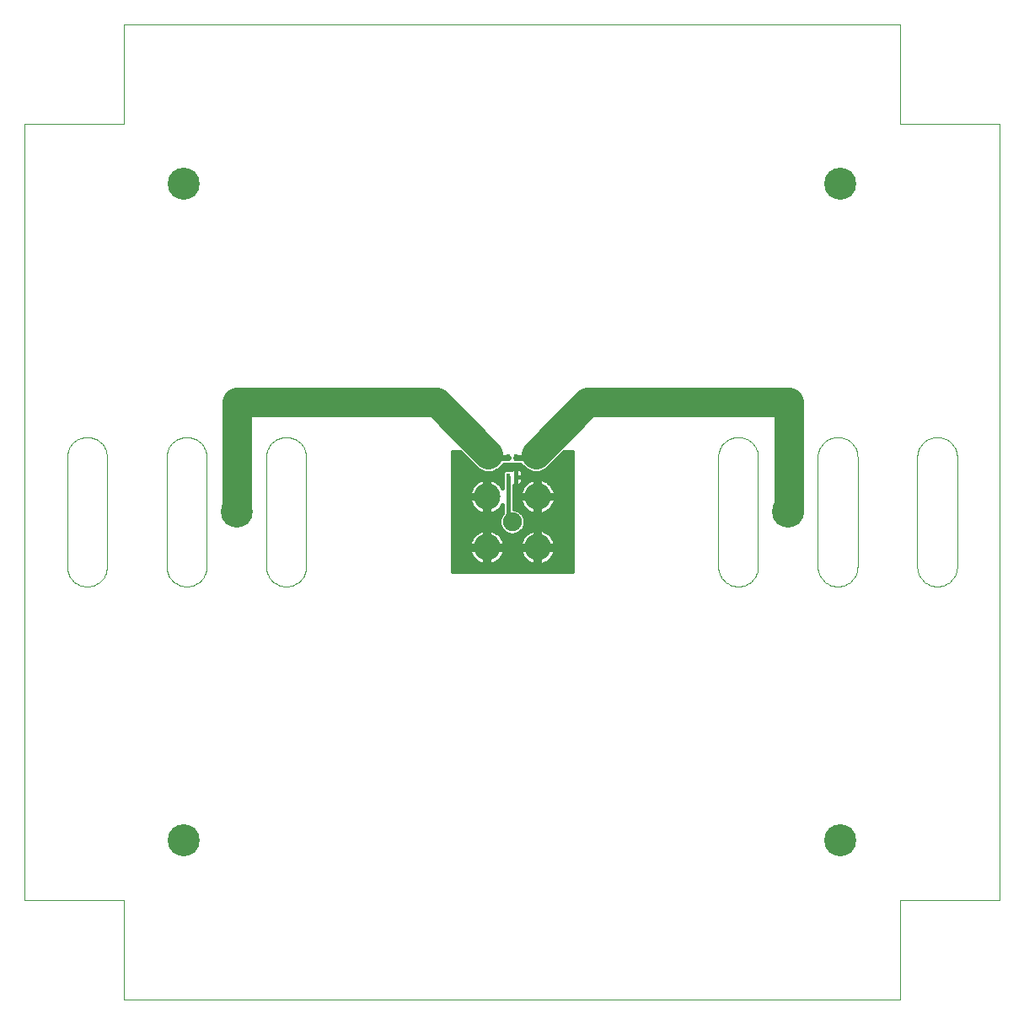
<source format=gtl>
G75*
%MOIN*%
%OFA0B0*%
%FSLAX24Y24*%
%IPPOS*%
%LPD*%
%AMOC8*
5,1,8,0,0,1.08239X$1,22.5*
%
%ADD10C,0.0000*%
%ADD11C,0.0750*%
%ADD12C,0.1050*%
%ADD13R,0.0157X0.0295*%
%ADD14C,0.1266*%
%ADD15C,0.0160*%
%ADD16C,0.1181*%
%ADD17C,0.0240*%
D10*
X000180Y004117D02*
X000180Y034826D01*
X004117Y034826D01*
X004117Y038763D01*
X034826Y038763D01*
X034826Y034826D01*
X038763Y034826D01*
X038763Y004117D01*
X034826Y004117D01*
X034826Y000180D01*
X004117Y000180D01*
X004117Y004117D01*
X000180Y004117D01*
X001873Y017306D02*
X001873Y021637D01*
X002660Y022424D02*
X002714Y022422D01*
X002767Y022417D01*
X002820Y022408D01*
X002872Y022395D01*
X002924Y022379D01*
X002974Y022359D01*
X003022Y022336D01*
X003069Y022309D01*
X003114Y022280D01*
X003157Y022247D01*
X003197Y022212D01*
X003235Y022174D01*
X003270Y022134D01*
X003303Y022091D01*
X003332Y022046D01*
X003359Y021999D01*
X003382Y021951D01*
X003402Y021901D01*
X003418Y021849D01*
X003431Y021797D01*
X003440Y021744D01*
X003445Y021691D01*
X003447Y021637D01*
X003448Y021637D02*
X003448Y017306D01*
X002660Y016519D02*
X002606Y016521D01*
X002553Y016526D01*
X002500Y016535D01*
X002448Y016548D01*
X002396Y016564D01*
X002346Y016584D01*
X002298Y016607D01*
X002251Y016634D01*
X002206Y016663D01*
X002163Y016696D01*
X002123Y016731D01*
X002085Y016769D01*
X002050Y016809D01*
X002017Y016852D01*
X001988Y016897D01*
X001961Y016944D01*
X001938Y016992D01*
X001918Y017042D01*
X001902Y017094D01*
X001889Y017146D01*
X001880Y017199D01*
X001875Y017252D01*
X001873Y017306D01*
X002660Y016519D02*
X002714Y016521D01*
X002767Y016526D01*
X002820Y016535D01*
X002872Y016548D01*
X002924Y016564D01*
X002974Y016584D01*
X003022Y016607D01*
X003069Y016634D01*
X003114Y016663D01*
X003157Y016696D01*
X003197Y016731D01*
X003235Y016769D01*
X003270Y016809D01*
X003303Y016852D01*
X003332Y016897D01*
X003359Y016944D01*
X003382Y016992D01*
X003402Y017042D01*
X003418Y017094D01*
X003431Y017146D01*
X003440Y017199D01*
X003445Y017252D01*
X003447Y017306D01*
X005810Y017306D02*
X005810Y021637D01*
X006597Y022424D02*
X006651Y022422D01*
X006704Y022417D01*
X006757Y022408D01*
X006809Y022395D01*
X006861Y022379D01*
X006911Y022359D01*
X006959Y022336D01*
X007006Y022309D01*
X007051Y022280D01*
X007094Y022247D01*
X007134Y022212D01*
X007172Y022174D01*
X007207Y022134D01*
X007240Y022091D01*
X007269Y022046D01*
X007296Y021999D01*
X007319Y021951D01*
X007339Y021901D01*
X007355Y021849D01*
X007368Y021797D01*
X007377Y021744D01*
X007382Y021691D01*
X007384Y021637D01*
X007385Y021637D02*
X007385Y017306D01*
X006597Y016519D02*
X006543Y016521D01*
X006490Y016526D01*
X006437Y016535D01*
X006385Y016548D01*
X006333Y016564D01*
X006283Y016584D01*
X006235Y016607D01*
X006188Y016634D01*
X006143Y016663D01*
X006100Y016696D01*
X006060Y016731D01*
X006022Y016769D01*
X005987Y016809D01*
X005954Y016852D01*
X005925Y016897D01*
X005898Y016944D01*
X005875Y016992D01*
X005855Y017042D01*
X005839Y017094D01*
X005826Y017146D01*
X005817Y017199D01*
X005812Y017252D01*
X005810Y017306D01*
X006597Y016519D02*
X006651Y016521D01*
X006704Y016526D01*
X006757Y016535D01*
X006809Y016548D01*
X006861Y016564D01*
X006911Y016584D01*
X006959Y016607D01*
X007006Y016634D01*
X007051Y016663D01*
X007094Y016696D01*
X007134Y016731D01*
X007172Y016769D01*
X007207Y016809D01*
X007240Y016852D01*
X007269Y016897D01*
X007296Y016944D01*
X007319Y016992D01*
X007339Y017042D01*
X007355Y017094D01*
X007368Y017146D01*
X007377Y017199D01*
X007382Y017252D01*
X007384Y017306D01*
X009747Y017306D02*
X009747Y021637D01*
X010534Y022424D02*
X010588Y022422D01*
X010641Y022417D01*
X010694Y022408D01*
X010746Y022395D01*
X010798Y022379D01*
X010848Y022359D01*
X010896Y022336D01*
X010943Y022309D01*
X010988Y022280D01*
X011031Y022247D01*
X011071Y022212D01*
X011109Y022174D01*
X011144Y022134D01*
X011177Y022091D01*
X011206Y022046D01*
X011233Y021999D01*
X011256Y021951D01*
X011276Y021901D01*
X011292Y021849D01*
X011305Y021797D01*
X011314Y021744D01*
X011319Y021691D01*
X011321Y021637D01*
X011322Y021637D02*
X011322Y017306D01*
X010534Y016519D02*
X010480Y016521D01*
X010427Y016526D01*
X010374Y016535D01*
X010322Y016548D01*
X010270Y016564D01*
X010220Y016584D01*
X010172Y016607D01*
X010125Y016634D01*
X010080Y016663D01*
X010037Y016696D01*
X009997Y016731D01*
X009959Y016769D01*
X009924Y016809D01*
X009891Y016852D01*
X009862Y016897D01*
X009835Y016944D01*
X009812Y016992D01*
X009792Y017042D01*
X009776Y017094D01*
X009763Y017146D01*
X009754Y017199D01*
X009749Y017252D01*
X009747Y017306D01*
X010534Y016519D02*
X010588Y016521D01*
X010641Y016526D01*
X010694Y016535D01*
X010746Y016548D01*
X010798Y016564D01*
X010848Y016584D01*
X010896Y016607D01*
X010943Y016634D01*
X010988Y016663D01*
X011031Y016696D01*
X011071Y016731D01*
X011109Y016769D01*
X011144Y016809D01*
X011177Y016852D01*
X011206Y016897D01*
X011233Y016944D01*
X011256Y016992D01*
X011276Y017042D01*
X011292Y017094D01*
X011305Y017146D01*
X011314Y017199D01*
X011319Y017252D01*
X011321Y017306D01*
X009747Y021637D02*
X009749Y021691D01*
X009754Y021744D01*
X009763Y021797D01*
X009776Y021849D01*
X009792Y021901D01*
X009812Y021951D01*
X009835Y021999D01*
X009862Y022046D01*
X009891Y022091D01*
X009924Y022134D01*
X009959Y022174D01*
X009997Y022212D01*
X010037Y022247D01*
X010080Y022280D01*
X010125Y022309D01*
X010172Y022336D01*
X010220Y022359D01*
X010270Y022379D01*
X010322Y022395D01*
X010374Y022408D01*
X010427Y022417D01*
X010480Y022422D01*
X010534Y022424D01*
X006597Y022424D02*
X006543Y022422D01*
X006490Y022417D01*
X006437Y022408D01*
X006385Y022395D01*
X006333Y022379D01*
X006283Y022359D01*
X006235Y022336D01*
X006188Y022309D01*
X006143Y022280D01*
X006100Y022247D01*
X006060Y022212D01*
X006022Y022174D01*
X005987Y022134D01*
X005954Y022091D01*
X005925Y022046D01*
X005898Y021999D01*
X005875Y021951D01*
X005855Y021901D01*
X005839Y021849D01*
X005826Y021797D01*
X005817Y021744D01*
X005812Y021691D01*
X005810Y021637D01*
X002660Y022424D02*
X002606Y022422D01*
X002553Y022417D01*
X002500Y022408D01*
X002448Y022395D01*
X002396Y022379D01*
X002346Y022359D01*
X002298Y022336D01*
X002251Y022309D01*
X002206Y022280D01*
X002163Y022247D01*
X002123Y022212D01*
X002085Y022174D01*
X002050Y022134D01*
X002017Y022091D01*
X001988Y022046D01*
X001961Y021999D01*
X001938Y021951D01*
X001918Y021901D01*
X001902Y021849D01*
X001889Y021797D01*
X001880Y021744D01*
X001875Y021691D01*
X001873Y021637D01*
X027621Y021637D02*
X027621Y017306D01*
X027623Y017252D01*
X027628Y017199D01*
X027637Y017146D01*
X027650Y017094D01*
X027666Y017042D01*
X027686Y016992D01*
X027709Y016944D01*
X027736Y016897D01*
X027765Y016852D01*
X027798Y016809D01*
X027833Y016769D01*
X027871Y016731D01*
X027911Y016696D01*
X027954Y016663D01*
X027999Y016634D01*
X028046Y016607D01*
X028094Y016584D01*
X028144Y016564D01*
X028196Y016548D01*
X028248Y016535D01*
X028301Y016526D01*
X028354Y016521D01*
X028408Y016519D01*
X028462Y016521D01*
X028515Y016526D01*
X028568Y016535D01*
X028620Y016548D01*
X028672Y016564D01*
X028722Y016584D01*
X028770Y016607D01*
X028817Y016634D01*
X028862Y016663D01*
X028905Y016696D01*
X028945Y016731D01*
X028983Y016769D01*
X029018Y016809D01*
X029051Y016852D01*
X029080Y016897D01*
X029107Y016944D01*
X029130Y016992D01*
X029150Y017042D01*
X029166Y017094D01*
X029179Y017146D01*
X029188Y017199D01*
X029193Y017252D01*
X029195Y017306D01*
X029196Y017306D02*
X029196Y021637D01*
X029195Y021637D02*
X029193Y021691D01*
X029188Y021744D01*
X029179Y021797D01*
X029166Y021849D01*
X029150Y021901D01*
X029130Y021951D01*
X029107Y021999D01*
X029080Y022046D01*
X029051Y022091D01*
X029018Y022134D01*
X028983Y022174D01*
X028945Y022212D01*
X028905Y022247D01*
X028862Y022280D01*
X028817Y022309D01*
X028770Y022336D01*
X028722Y022359D01*
X028672Y022379D01*
X028620Y022395D01*
X028568Y022408D01*
X028515Y022417D01*
X028462Y022422D01*
X028408Y022424D01*
X028354Y022422D01*
X028301Y022417D01*
X028248Y022408D01*
X028196Y022395D01*
X028144Y022379D01*
X028094Y022359D01*
X028046Y022336D01*
X027999Y022309D01*
X027954Y022280D01*
X027911Y022247D01*
X027871Y022212D01*
X027833Y022174D01*
X027798Y022134D01*
X027765Y022091D01*
X027736Y022046D01*
X027709Y021999D01*
X027686Y021951D01*
X027666Y021901D01*
X027650Y021849D01*
X027637Y021797D01*
X027628Y021744D01*
X027623Y021691D01*
X027621Y021637D01*
X031558Y021637D02*
X031558Y017306D01*
X031560Y017252D01*
X031565Y017199D01*
X031574Y017146D01*
X031587Y017094D01*
X031603Y017042D01*
X031623Y016992D01*
X031646Y016944D01*
X031673Y016897D01*
X031702Y016852D01*
X031735Y016809D01*
X031770Y016769D01*
X031808Y016731D01*
X031848Y016696D01*
X031891Y016663D01*
X031936Y016634D01*
X031983Y016607D01*
X032031Y016584D01*
X032081Y016564D01*
X032133Y016548D01*
X032185Y016535D01*
X032238Y016526D01*
X032291Y016521D01*
X032345Y016519D01*
X032399Y016521D01*
X032452Y016526D01*
X032505Y016535D01*
X032557Y016548D01*
X032609Y016564D01*
X032659Y016584D01*
X032707Y016607D01*
X032754Y016634D01*
X032799Y016663D01*
X032842Y016696D01*
X032882Y016731D01*
X032920Y016769D01*
X032955Y016809D01*
X032988Y016852D01*
X033017Y016897D01*
X033044Y016944D01*
X033067Y016992D01*
X033087Y017042D01*
X033103Y017094D01*
X033116Y017146D01*
X033125Y017199D01*
X033130Y017252D01*
X033132Y017306D01*
X033133Y017306D02*
X033133Y021637D01*
X033132Y021637D02*
X033130Y021691D01*
X033125Y021744D01*
X033116Y021797D01*
X033103Y021849D01*
X033087Y021901D01*
X033067Y021951D01*
X033044Y021999D01*
X033017Y022046D01*
X032988Y022091D01*
X032955Y022134D01*
X032920Y022174D01*
X032882Y022212D01*
X032842Y022247D01*
X032799Y022280D01*
X032754Y022309D01*
X032707Y022336D01*
X032659Y022359D01*
X032609Y022379D01*
X032557Y022395D01*
X032505Y022408D01*
X032452Y022417D01*
X032399Y022422D01*
X032345Y022424D01*
X032291Y022422D01*
X032238Y022417D01*
X032185Y022408D01*
X032133Y022395D01*
X032081Y022379D01*
X032031Y022359D01*
X031983Y022336D01*
X031936Y022309D01*
X031891Y022280D01*
X031848Y022247D01*
X031808Y022212D01*
X031770Y022174D01*
X031735Y022134D01*
X031702Y022091D01*
X031673Y022046D01*
X031646Y021999D01*
X031623Y021951D01*
X031603Y021901D01*
X031587Y021849D01*
X031574Y021797D01*
X031565Y021744D01*
X031560Y021691D01*
X031558Y021637D01*
X035495Y021637D02*
X035495Y017306D01*
X035497Y017252D01*
X035502Y017199D01*
X035511Y017146D01*
X035524Y017094D01*
X035540Y017042D01*
X035560Y016992D01*
X035583Y016944D01*
X035610Y016897D01*
X035639Y016852D01*
X035672Y016809D01*
X035707Y016769D01*
X035745Y016731D01*
X035785Y016696D01*
X035828Y016663D01*
X035873Y016634D01*
X035920Y016607D01*
X035968Y016584D01*
X036018Y016564D01*
X036070Y016548D01*
X036122Y016535D01*
X036175Y016526D01*
X036228Y016521D01*
X036282Y016519D01*
X036336Y016521D01*
X036389Y016526D01*
X036442Y016535D01*
X036494Y016548D01*
X036546Y016564D01*
X036596Y016584D01*
X036644Y016607D01*
X036691Y016634D01*
X036736Y016663D01*
X036779Y016696D01*
X036819Y016731D01*
X036857Y016769D01*
X036892Y016809D01*
X036925Y016852D01*
X036954Y016897D01*
X036981Y016944D01*
X037004Y016992D01*
X037024Y017042D01*
X037040Y017094D01*
X037053Y017146D01*
X037062Y017199D01*
X037067Y017252D01*
X037069Y017306D01*
X037070Y017306D02*
X037070Y021637D01*
X037069Y021637D02*
X037067Y021691D01*
X037062Y021744D01*
X037053Y021797D01*
X037040Y021849D01*
X037024Y021901D01*
X037004Y021951D01*
X036981Y021999D01*
X036954Y022046D01*
X036925Y022091D01*
X036892Y022134D01*
X036857Y022174D01*
X036819Y022212D01*
X036779Y022247D01*
X036736Y022280D01*
X036691Y022309D01*
X036644Y022336D01*
X036596Y022359D01*
X036546Y022379D01*
X036494Y022395D01*
X036442Y022408D01*
X036389Y022417D01*
X036336Y022422D01*
X036282Y022424D01*
X036228Y022422D01*
X036175Y022417D01*
X036122Y022408D01*
X036070Y022395D01*
X036018Y022379D01*
X035968Y022359D01*
X035920Y022336D01*
X035873Y022309D01*
X035828Y022280D01*
X035785Y022247D01*
X035745Y022212D01*
X035707Y022174D01*
X035672Y022134D01*
X035639Y022091D01*
X035610Y022046D01*
X035583Y021999D01*
X035560Y021951D01*
X035540Y021901D01*
X035524Y021849D01*
X035511Y021797D01*
X035502Y021744D01*
X035497Y021691D01*
X035495Y021637D01*
D11*
X019471Y019078D03*
D12*
X018467Y018074D03*
X018467Y020082D03*
X020475Y020082D03*
X020475Y018074D03*
D13*
X019629Y020859D03*
X019314Y020859D03*
X019314Y021627D03*
X019629Y021627D03*
D14*
X030377Y019471D03*
X032463Y006479D03*
X008566Y019471D03*
X006479Y006479D03*
X006479Y032463D03*
X032463Y032463D03*
D15*
X021834Y021834D02*
X021528Y021834D01*
X020830Y021135D01*
X020562Y021024D01*
X020271Y021024D01*
X020002Y021135D01*
X019797Y021341D01*
X019788Y021362D01*
X019766Y021339D01*
X019492Y021339D01*
X019471Y021360D01*
X019451Y021339D01*
X019177Y021339D01*
X019154Y021362D01*
X019146Y021341D01*
X018940Y021135D01*
X018672Y021024D01*
X018381Y021024D01*
X018113Y021135D01*
X017415Y021834D01*
X017109Y021834D01*
X017109Y017109D01*
X021834Y017109D01*
X021834Y021834D01*
X021834Y021736D02*
X021431Y021736D01*
X021272Y021578D02*
X021834Y021578D01*
X021834Y021419D02*
X021114Y021419D01*
X020955Y021261D02*
X021834Y021261D01*
X021834Y021102D02*
X020749Y021102D01*
X020702Y020751D02*
X020613Y020774D01*
X020555Y020782D01*
X020555Y020162D01*
X020395Y020162D01*
X020395Y020782D01*
X020337Y020774D01*
X020248Y020751D01*
X020163Y020715D01*
X020083Y020669D01*
X020009Y020613D01*
X019944Y020547D01*
X019888Y020474D01*
X019842Y020394D01*
X019806Y020309D01*
X019782Y020219D01*
X019775Y020162D01*
X020395Y020162D01*
X020395Y020002D01*
X019775Y020002D01*
X019782Y019944D01*
X019806Y019854D01*
X019842Y019769D01*
X019888Y019689D01*
X019944Y019616D01*
X020009Y019550D01*
X020083Y019494D01*
X020163Y019448D01*
X020248Y019413D01*
X020337Y019389D01*
X020395Y019381D01*
X020395Y020002D01*
X020555Y020002D01*
X020555Y020162D01*
X021176Y020162D01*
X021168Y020219D01*
X021144Y020309D01*
X021109Y020394D01*
X021063Y020474D01*
X021006Y020547D01*
X020941Y020613D01*
X020868Y020669D01*
X020788Y020715D01*
X020702Y020751D01*
X020555Y020627D02*
X020395Y020627D01*
X020395Y020468D02*
X020555Y020468D01*
X020555Y020310D02*
X020395Y020310D01*
X020395Y020151D02*
X019534Y020151D01*
X019534Y019993D02*
X019776Y019993D01*
X019815Y019834D02*
X019534Y019834D01*
X019534Y019676D02*
X019898Y019676D01*
X019763Y019514D02*
X019908Y019369D01*
X019986Y019180D01*
X019986Y018975D01*
X019908Y018786D01*
X019763Y018641D01*
X019574Y018563D01*
X019369Y018563D01*
X019180Y018641D01*
X019035Y018786D01*
X018956Y018975D01*
X018956Y019180D01*
X019035Y019369D01*
X019094Y019428D01*
X019094Y019757D01*
X019055Y019689D01*
X018999Y019616D01*
X018933Y019550D01*
X018860Y019494D01*
X018780Y019448D01*
X018695Y019413D01*
X018605Y019389D01*
X018547Y019381D01*
X018547Y020002D01*
X018387Y020002D01*
X017767Y020002D01*
X017775Y019944D01*
X017798Y019854D01*
X017834Y019769D01*
X017880Y019689D01*
X017936Y019616D01*
X018002Y019550D01*
X018075Y019494D01*
X018155Y019448D01*
X018240Y019413D01*
X018330Y019389D01*
X018387Y019381D01*
X018387Y020002D01*
X018387Y020162D01*
X018387Y020782D01*
X018330Y020774D01*
X018240Y020751D01*
X018155Y020715D01*
X018075Y020669D01*
X018002Y020613D01*
X017936Y020547D01*
X017880Y020474D01*
X017834Y020394D01*
X017798Y020309D01*
X017775Y020219D01*
X017767Y020162D01*
X018387Y020162D01*
X018547Y020162D01*
X018547Y020782D01*
X018605Y020774D01*
X018695Y020751D01*
X018780Y020715D01*
X018860Y020669D01*
X018933Y020613D01*
X018999Y020547D01*
X019055Y020474D01*
X019094Y020407D01*
X019094Y020950D01*
X019095Y020952D01*
X019095Y021065D01*
X019177Y021147D01*
X019436Y021147D01*
X019440Y021151D01*
X019481Y021175D01*
X019526Y021187D01*
X019629Y021187D01*
X019629Y020859D01*
X019629Y020859D01*
X019888Y020859D01*
X019888Y020688D01*
X019875Y020642D01*
X019852Y020601D01*
X019818Y020567D01*
X019777Y020544D01*
X019731Y020531D01*
X019629Y020531D01*
X019629Y020859D01*
X019629Y020859D01*
X019888Y020859D01*
X019888Y021030D01*
X019875Y021076D01*
X019852Y021117D01*
X019818Y021151D01*
X019777Y021175D01*
X019731Y021187D01*
X019629Y021187D01*
X019629Y020859D01*
X019629Y020531D01*
X019534Y020531D01*
X019534Y019593D01*
X019574Y019593D01*
X019763Y019514D01*
X019756Y019517D02*
X020053Y019517D01*
X019912Y019359D02*
X021834Y019359D01*
X021834Y019517D02*
X020898Y019517D01*
X020868Y019494D02*
X020941Y019550D01*
X021006Y019616D01*
X021063Y019689D01*
X021109Y019769D01*
X021144Y019854D01*
X021168Y019944D01*
X021176Y020002D01*
X020555Y020002D01*
X020555Y019381D01*
X020613Y019389D01*
X020702Y019413D01*
X020788Y019448D01*
X020868Y019494D01*
X021052Y019676D02*
X021834Y019676D01*
X021834Y019834D02*
X021136Y019834D01*
X021175Y019993D02*
X021834Y019993D01*
X021834Y020151D02*
X020555Y020151D01*
X020555Y019993D02*
X020395Y019993D01*
X020395Y019834D02*
X020555Y019834D01*
X020555Y019676D02*
X020395Y019676D01*
X020395Y019517D02*
X020555Y019517D01*
X019978Y019200D02*
X021834Y019200D01*
X021834Y019042D02*
X019986Y019042D01*
X019948Y018883D02*
X021834Y018883D01*
X021834Y018725D02*
X020746Y018725D01*
X020788Y018707D02*
X020702Y018743D01*
X020613Y018767D01*
X020555Y018774D01*
X020555Y018154D01*
X020395Y018154D01*
X020395Y018774D01*
X020337Y018767D01*
X020248Y018743D01*
X020163Y018707D01*
X020083Y018661D01*
X020009Y018605D01*
X019944Y018540D01*
X019888Y018466D01*
X019842Y018386D01*
X019806Y018301D01*
X019782Y018212D01*
X019775Y018154D01*
X020395Y018154D01*
X020395Y017994D01*
X019775Y017994D01*
X019782Y017936D01*
X019806Y017847D01*
X019842Y017761D01*
X019888Y017681D01*
X019944Y017608D01*
X020009Y017543D01*
X020083Y017486D01*
X020163Y017440D01*
X020248Y017405D01*
X020337Y017381D01*
X020395Y017373D01*
X020395Y017994D01*
X020555Y017994D01*
X020555Y018154D01*
X021176Y018154D01*
X021168Y018212D01*
X021144Y018301D01*
X021109Y018386D01*
X021063Y018466D01*
X021006Y018540D01*
X020941Y018605D01*
X020868Y018661D01*
X020788Y018707D01*
X020555Y018725D02*
X020395Y018725D01*
X020395Y018566D02*
X020555Y018566D01*
X020555Y018408D02*
X020395Y018408D01*
X020395Y018249D02*
X020555Y018249D01*
X020555Y018091D02*
X021834Y018091D01*
X021834Y018249D02*
X021158Y018249D01*
X021097Y018408D02*
X021834Y018408D01*
X021834Y018566D02*
X020980Y018566D01*
X021176Y017994D02*
X020555Y017994D01*
X020555Y017373D01*
X020613Y017381D01*
X020702Y017405D01*
X020788Y017440D01*
X020868Y017486D01*
X020941Y017543D01*
X021006Y017608D01*
X021063Y017681D01*
X021109Y017761D01*
X021144Y017847D01*
X021168Y017936D01*
X021176Y017994D01*
X021167Y017932D02*
X021834Y017932D01*
X021834Y017774D02*
X021114Y017774D01*
X021012Y017615D02*
X021834Y017615D01*
X021834Y017457D02*
X020816Y017457D01*
X020555Y017457D02*
X020395Y017457D01*
X020395Y017615D02*
X020555Y017615D01*
X020555Y017774D02*
X020395Y017774D01*
X020395Y017932D02*
X020555Y017932D01*
X020395Y018091D02*
X018547Y018091D01*
X018547Y018154D02*
X019168Y018154D01*
X019160Y018212D01*
X019136Y018301D01*
X019101Y018386D01*
X019055Y018466D01*
X018999Y018540D01*
X018933Y018605D01*
X018860Y018661D01*
X018780Y018707D01*
X018695Y018743D01*
X018605Y018767D01*
X018547Y018774D01*
X018547Y018154D01*
X018387Y018154D01*
X018387Y017994D01*
X017767Y017994D01*
X017775Y017936D01*
X017798Y017847D01*
X017834Y017761D01*
X017880Y017681D01*
X017936Y017608D01*
X018002Y017543D01*
X018075Y017486D01*
X018155Y017440D01*
X018240Y017405D01*
X018330Y017381D01*
X018387Y017373D01*
X018387Y017994D01*
X018547Y017994D01*
X018547Y017373D01*
X018605Y017381D01*
X018695Y017405D01*
X018780Y017440D01*
X018860Y017486D01*
X018933Y017543D01*
X018999Y017608D01*
X019055Y017681D01*
X019101Y017761D01*
X019136Y017847D01*
X019160Y017936D01*
X019168Y017994D01*
X018547Y017994D01*
X018547Y018154D01*
X018547Y018249D02*
X018387Y018249D01*
X018387Y018154D02*
X018387Y018774D01*
X018330Y018767D01*
X018240Y018743D01*
X018155Y018707D01*
X018075Y018661D01*
X018002Y018605D01*
X017936Y018540D01*
X017880Y018466D01*
X017834Y018386D01*
X017798Y018301D01*
X017775Y018212D01*
X017767Y018154D01*
X018387Y018154D01*
X018387Y018091D02*
X017109Y018091D01*
X017109Y018249D02*
X017785Y018249D01*
X017846Y018408D02*
X017109Y018408D01*
X017109Y018566D02*
X017963Y018566D01*
X018196Y018725D02*
X017109Y018725D01*
X017109Y018883D02*
X018995Y018883D01*
X018956Y019042D02*
X017109Y019042D01*
X017109Y019200D02*
X018965Y019200D01*
X019030Y019359D02*
X017109Y019359D01*
X017109Y019517D02*
X018045Y019517D01*
X017890Y019676D02*
X017109Y019676D01*
X017109Y019834D02*
X017807Y019834D01*
X017768Y019993D02*
X017109Y019993D01*
X017109Y020151D02*
X018387Y020151D01*
X018387Y019993D02*
X018547Y019993D01*
X018547Y019834D02*
X018387Y019834D01*
X018387Y019676D02*
X018547Y019676D01*
X018547Y019517D02*
X018387Y019517D01*
X018890Y019517D02*
X019094Y019517D01*
X019094Y019676D02*
X019045Y019676D01*
X019314Y019235D02*
X019471Y019078D01*
X019314Y019235D02*
X019314Y020859D01*
X019094Y020785D02*
X017109Y020785D01*
X017109Y020627D02*
X018020Y020627D01*
X017877Y020468D02*
X017109Y020468D01*
X017109Y020310D02*
X017799Y020310D01*
X018387Y020310D02*
X018547Y020310D01*
X018547Y020468D02*
X018387Y020468D01*
X018387Y020627D02*
X018547Y020627D01*
X018915Y020627D02*
X019094Y020627D01*
X019094Y020468D02*
X019058Y020468D01*
X019094Y020944D02*
X017109Y020944D01*
X017109Y021102D02*
X018193Y021102D01*
X017988Y021261D02*
X017109Y021261D01*
X017109Y021419D02*
X017829Y021419D01*
X017671Y021578D02*
X017109Y021578D01*
X017109Y021736D02*
X017512Y021736D01*
X018860Y021102D02*
X019132Y021102D01*
X019065Y021261D02*
X019877Y021261D01*
X019860Y021102D02*
X020083Y021102D01*
X019888Y020944D02*
X021834Y020944D01*
X021834Y020785D02*
X019888Y020785D01*
X019866Y020627D02*
X020027Y020627D01*
X019884Y020468D02*
X019534Y020468D01*
X019534Y020310D02*
X019807Y020310D01*
X019629Y020627D02*
X019629Y020627D01*
X019629Y020785D02*
X019629Y020785D01*
X019629Y020859D02*
X019629Y020859D01*
X019629Y020944D02*
X019629Y020944D01*
X019629Y021102D02*
X019629Y021102D01*
X020923Y020627D02*
X021834Y020627D01*
X021834Y020468D02*
X021066Y020468D01*
X021144Y020310D02*
X021834Y020310D01*
X020204Y018725D02*
X019847Y018725D01*
X019971Y018566D02*
X019582Y018566D01*
X019361Y018566D02*
X018972Y018566D01*
X019089Y018408D02*
X019854Y018408D01*
X019792Y018249D02*
X019150Y018249D01*
X019159Y017932D02*
X019783Y017932D01*
X019837Y017774D02*
X019106Y017774D01*
X019004Y017615D02*
X019939Y017615D01*
X020134Y017457D02*
X018808Y017457D01*
X018547Y017457D02*
X018387Y017457D01*
X018387Y017615D02*
X018547Y017615D01*
X018547Y017774D02*
X018387Y017774D01*
X018387Y017932D02*
X018547Y017932D01*
X018547Y018408D02*
X018387Y018408D01*
X018387Y018566D02*
X018547Y018566D01*
X018547Y018725D02*
X018387Y018725D01*
X018739Y018725D02*
X019096Y018725D01*
X017931Y017615D02*
X017109Y017615D01*
X017109Y017457D02*
X018126Y017457D01*
X017829Y017774D02*
X017109Y017774D01*
X017109Y017932D02*
X017776Y017932D01*
X017109Y017298D02*
X021834Y017298D01*
X021834Y017140D02*
X017109Y017140D01*
D16*
X018526Y021755D02*
X016479Y023802D01*
X008566Y023802D01*
X008566Y019471D01*
X020416Y021755D02*
X022463Y023802D01*
X030416Y023802D01*
X030416Y019471D01*
X030377Y019471D01*
D17*
X020416Y021755D02*
X020288Y021627D01*
X019629Y021627D01*
X019314Y021627D02*
X018654Y021627D01*
X018526Y021755D01*
M02*

</source>
